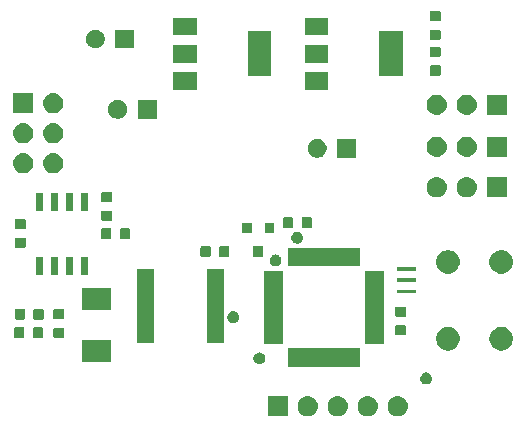
<source format=gbr>
G04 #@! TF.GenerationSoftware,KiCad,Pcbnew,(5.0.1)-3*
G04 #@! TF.CreationDate,2018-11-04T18:32:24-06:00*
G04 #@! TF.ProjectId,Gimble Goblin,47696D626C6520476F626C696E2E6B69,rev?*
G04 #@! TF.SameCoordinates,Original*
G04 #@! TF.FileFunction,Soldermask,Top*
G04 #@! TF.FilePolarity,Negative*
%FSLAX46Y46*%
G04 Gerber Fmt 4.6, Leading zero omitted, Abs format (unit mm)*
G04 Created by KiCad (PCBNEW (5.0.1)-3) date 11/4/2018 6:32:24 PM*
%MOMM*%
%LPD*%
G01*
G04 APERTURE LIST*
%ADD10C,0.100000*%
G04 APERTURE END LIST*
D10*
G36*
X136691630Y-98603299D02*
X136851855Y-98651903D01*
X136999520Y-98730831D01*
X137128949Y-98837051D01*
X137235169Y-98966480D01*
X137314097Y-99114145D01*
X137362701Y-99274370D01*
X137379112Y-99441000D01*
X137362701Y-99607630D01*
X137314097Y-99767855D01*
X137235169Y-99915520D01*
X137128949Y-100044949D01*
X136999520Y-100151169D01*
X136851855Y-100230097D01*
X136691630Y-100278701D01*
X136566752Y-100291000D01*
X136483248Y-100291000D01*
X136358370Y-100278701D01*
X136198145Y-100230097D01*
X136050480Y-100151169D01*
X135921051Y-100044949D01*
X135814831Y-99915520D01*
X135735903Y-99767855D01*
X135687299Y-99607630D01*
X135670888Y-99441000D01*
X135687299Y-99274370D01*
X135735903Y-99114145D01*
X135814831Y-98966480D01*
X135921051Y-98837051D01*
X136050480Y-98730831D01*
X136198145Y-98651903D01*
X136358370Y-98603299D01*
X136483248Y-98591000D01*
X136566752Y-98591000D01*
X136691630Y-98603299D01*
X136691630Y-98603299D01*
G37*
G36*
X139231630Y-98603299D02*
X139391855Y-98651903D01*
X139539520Y-98730831D01*
X139668949Y-98837051D01*
X139775169Y-98966480D01*
X139854097Y-99114145D01*
X139902701Y-99274370D01*
X139919112Y-99441000D01*
X139902701Y-99607630D01*
X139854097Y-99767855D01*
X139775169Y-99915520D01*
X139668949Y-100044949D01*
X139539520Y-100151169D01*
X139391855Y-100230097D01*
X139231630Y-100278701D01*
X139106752Y-100291000D01*
X139023248Y-100291000D01*
X138898370Y-100278701D01*
X138738145Y-100230097D01*
X138590480Y-100151169D01*
X138461051Y-100044949D01*
X138354831Y-99915520D01*
X138275903Y-99767855D01*
X138227299Y-99607630D01*
X138210888Y-99441000D01*
X138227299Y-99274370D01*
X138275903Y-99114145D01*
X138354831Y-98966480D01*
X138461051Y-98837051D01*
X138590480Y-98730831D01*
X138738145Y-98651903D01*
X138898370Y-98603299D01*
X139023248Y-98591000D01*
X139106752Y-98591000D01*
X139231630Y-98603299D01*
X139231630Y-98603299D01*
G37*
G36*
X141771630Y-98603299D02*
X141931855Y-98651903D01*
X142079520Y-98730831D01*
X142208949Y-98837051D01*
X142315169Y-98966480D01*
X142394097Y-99114145D01*
X142442701Y-99274370D01*
X142459112Y-99441000D01*
X142442701Y-99607630D01*
X142394097Y-99767855D01*
X142315169Y-99915520D01*
X142208949Y-100044949D01*
X142079520Y-100151169D01*
X141931855Y-100230097D01*
X141771630Y-100278701D01*
X141646752Y-100291000D01*
X141563248Y-100291000D01*
X141438370Y-100278701D01*
X141278145Y-100230097D01*
X141130480Y-100151169D01*
X141001051Y-100044949D01*
X140894831Y-99915520D01*
X140815903Y-99767855D01*
X140767299Y-99607630D01*
X140750888Y-99441000D01*
X140767299Y-99274370D01*
X140815903Y-99114145D01*
X140894831Y-98966480D01*
X141001051Y-98837051D01*
X141130480Y-98730831D01*
X141278145Y-98651903D01*
X141438370Y-98603299D01*
X141563248Y-98591000D01*
X141646752Y-98591000D01*
X141771630Y-98603299D01*
X141771630Y-98603299D01*
G37*
G36*
X134151630Y-98603299D02*
X134311855Y-98651903D01*
X134459520Y-98730831D01*
X134588949Y-98837051D01*
X134695169Y-98966480D01*
X134774097Y-99114145D01*
X134822701Y-99274370D01*
X134839112Y-99441000D01*
X134822701Y-99607630D01*
X134774097Y-99767855D01*
X134695169Y-99915520D01*
X134588949Y-100044949D01*
X134459520Y-100151169D01*
X134311855Y-100230097D01*
X134151630Y-100278701D01*
X134026752Y-100291000D01*
X133943248Y-100291000D01*
X133818370Y-100278701D01*
X133658145Y-100230097D01*
X133510480Y-100151169D01*
X133381051Y-100044949D01*
X133274831Y-99915520D01*
X133195903Y-99767855D01*
X133147299Y-99607630D01*
X133130888Y-99441000D01*
X133147299Y-99274370D01*
X133195903Y-99114145D01*
X133274831Y-98966480D01*
X133381051Y-98837051D01*
X133510480Y-98730831D01*
X133658145Y-98651903D01*
X133818370Y-98603299D01*
X133943248Y-98591000D01*
X134026752Y-98591000D01*
X134151630Y-98603299D01*
X134151630Y-98603299D01*
G37*
G36*
X132295000Y-100291000D02*
X130595000Y-100291000D01*
X130595000Y-98591000D01*
X132295000Y-98591000D01*
X132295000Y-100291000D01*
X132295000Y-100291000D01*
G37*
G36*
X144163845Y-96598015D02*
X144254839Y-96635706D01*
X144335640Y-96689696D01*
X144336734Y-96690427D01*
X144406373Y-96760066D01*
X144461095Y-96841963D01*
X144498785Y-96932955D01*
X144518000Y-97029555D01*
X144518000Y-97128045D01*
X144498785Y-97224645D01*
X144461095Y-97315637D01*
X144406373Y-97397534D01*
X144336734Y-97467173D01*
X144336731Y-97467175D01*
X144254839Y-97521894D01*
X144163845Y-97559585D01*
X144067246Y-97578800D01*
X143968754Y-97578800D01*
X143872155Y-97559585D01*
X143781161Y-97521894D01*
X143699269Y-97467175D01*
X143699266Y-97467173D01*
X143629627Y-97397534D01*
X143574905Y-97315637D01*
X143537215Y-97224645D01*
X143518000Y-97128045D01*
X143518000Y-97029555D01*
X143537215Y-96932955D01*
X143574905Y-96841963D01*
X143629627Y-96760066D01*
X143699266Y-96690427D01*
X143700360Y-96689696D01*
X143781161Y-96635706D01*
X143872155Y-96598015D01*
X143968754Y-96578800D01*
X144067246Y-96578800D01*
X144163845Y-96598015D01*
X144163845Y-96598015D01*
G37*
G36*
X138457000Y-96109000D02*
X132307000Y-96109000D01*
X132307000Y-94509000D01*
X138457000Y-94509000D01*
X138457000Y-96109000D01*
X138457000Y-96109000D01*
G37*
G36*
X130041445Y-94896215D02*
X130132439Y-94933906D01*
X130213240Y-94987896D01*
X130214334Y-94988627D01*
X130283973Y-95058266D01*
X130338695Y-95140163D01*
X130376385Y-95231155D01*
X130395600Y-95327755D01*
X130395600Y-95426245D01*
X130376385Y-95522845D01*
X130338695Y-95613837D01*
X130283973Y-95695734D01*
X130214334Y-95765373D01*
X130214331Y-95765375D01*
X130132439Y-95820094D01*
X130041445Y-95857785D01*
X129944846Y-95877000D01*
X129846354Y-95877000D01*
X129749755Y-95857785D01*
X129658761Y-95820094D01*
X129576869Y-95765375D01*
X129576866Y-95765373D01*
X129507227Y-95695734D01*
X129452505Y-95613837D01*
X129414815Y-95522845D01*
X129395600Y-95426245D01*
X129395600Y-95327755D01*
X129414815Y-95231155D01*
X129452505Y-95140163D01*
X129507227Y-95058266D01*
X129576866Y-94988627D01*
X129577960Y-94987896D01*
X129658761Y-94933906D01*
X129749755Y-94896215D01*
X129846354Y-94877000D01*
X129944846Y-94877000D01*
X130041445Y-94896215D01*
X130041445Y-94896215D01*
G37*
G36*
X117374684Y-95698241D02*
X114874684Y-95698241D01*
X114874684Y-93798241D01*
X117374684Y-93798241D01*
X117374684Y-95698241D01*
X117374684Y-95698241D01*
G37*
G36*
X146036322Y-92739890D02*
X146159689Y-92764429D01*
X146341678Y-92839811D01*
X146505463Y-92949249D01*
X146644751Y-93088537D01*
X146754189Y-93252322D01*
X146829571Y-93434311D01*
X146848726Y-93530610D01*
X146867147Y-93623218D01*
X146868000Y-93627509D01*
X146868000Y-93824491D01*
X146829571Y-94017689D01*
X146754189Y-94199678D01*
X146644751Y-94363463D01*
X146505463Y-94502751D01*
X146341678Y-94612189D01*
X146159689Y-94687571D01*
X146043770Y-94710628D01*
X145966493Y-94726000D01*
X145769507Y-94726000D01*
X145692230Y-94710628D01*
X145576311Y-94687571D01*
X145394322Y-94612189D01*
X145230537Y-94502751D01*
X145091249Y-94363463D01*
X144981811Y-94199678D01*
X144906429Y-94017689D01*
X144868000Y-93824491D01*
X144868000Y-93627509D01*
X144868854Y-93623218D01*
X144887274Y-93530610D01*
X144906429Y-93434311D01*
X144981811Y-93252322D01*
X145091249Y-93088537D01*
X145230537Y-92949249D01*
X145394322Y-92839811D01*
X145576311Y-92764429D01*
X145699678Y-92739890D01*
X145769507Y-92726000D01*
X145966493Y-92726000D01*
X146036322Y-92739890D01*
X146036322Y-92739890D01*
G37*
G36*
X150536322Y-92739890D02*
X150659689Y-92764429D01*
X150841678Y-92839811D01*
X151005463Y-92949249D01*
X151144751Y-93088537D01*
X151254189Y-93252322D01*
X151329571Y-93434311D01*
X151348726Y-93530610D01*
X151367147Y-93623218D01*
X151368000Y-93627509D01*
X151368000Y-93824491D01*
X151329571Y-94017689D01*
X151254189Y-94199678D01*
X151144751Y-94363463D01*
X151005463Y-94502751D01*
X150841678Y-94612189D01*
X150659689Y-94687571D01*
X150543770Y-94710628D01*
X150466493Y-94726000D01*
X150269507Y-94726000D01*
X150192230Y-94710628D01*
X150076311Y-94687571D01*
X149894322Y-94612189D01*
X149730537Y-94502751D01*
X149591249Y-94363463D01*
X149481811Y-94199678D01*
X149406429Y-94017689D01*
X149368000Y-93824491D01*
X149368000Y-93627509D01*
X149368854Y-93623218D01*
X149387274Y-93530610D01*
X149406429Y-93434311D01*
X149481811Y-93252322D01*
X149591249Y-93088537D01*
X149730537Y-92949249D01*
X149894322Y-92839811D01*
X150076311Y-92764429D01*
X150199678Y-92739890D01*
X150269507Y-92726000D01*
X150466493Y-92726000D01*
X150536322Y-92739890D01*
X150536322Y-92739890D01*
G37*
G36*
X131932000Y-94134000D02*
X130332000Y-94134000D01*
X130332000Y-87984000D01*
X131932000Y-87984000D01*
X131932000Y-94134000D01*
X131932000Y-94134000D01*
G37*
G36*
X140432000Y-94134000D02*
X138832000Y-94134000D01*
X138832000Y-87984000D01*
X140432000Y-87984000D01*
X140432000Y-94134000D01*
X140432000Y-94134000D01*
G37*
G36*
X120994000Y-94093000D02*
X119544000Y-94093000D01*
X119544000Y-87793000D01*
X120994000Y-87793000D01*
X120994000Y-94093000D01*
X120994000Y-94093000D01*
G37*
G36*
X126894000Y-94093000D02*
X125444000Y-94093000D01*
X125444000Y-87793000D01*
X126894000Y-87793000D01*
X126894000Y-94093000D01*
X126894000Y-94093000D01*
G37*
G36*
X109887116Y-92746595D02*
X109916313Y-92755452D01*
X109943218Y-92769833D01*
X109966808Y-92789192D01*
X109986167Y-92812782D01*
X110000548Y-92839687D01*
X110009405Y-92868884D01*
X110013000Y-92905390D01*
X110013000Y-93530610D01*
X110009405Y-93567116D01*
X110000548Y-93596313D01*
X109986167Y-93623218D01*
X109966808Y-93646808D01*
X109943218Y-93666167D01*
X109916313Y-93680548D01*
X109887116Y-93689405D01*
X109850610Y-93693000D01*
X109300390Y-93693000D01*
X109263884Y-93689405D01*
X109234687Y-93680548D01*
X109207782Y-93666167D01*
X109184192Y-93646808D01*
X109164833Y-93623218D01*
X109150452Y-93596313D01*
X109141595Y-93567116D01*
X109138000Y-93530610D01*
X109138000Y-92905390D01*
X109141595Y-92868884D01*
X109150452Y-92839687D01*
X109164833Y-92812782D01*
X109184192Y-92789192D01*
X109207782Y-92769833D01*
X109234687Y-92755452D01*
X109263884Y-92746595D01*
X109300390Y-92743000D01*
X109850610Y-92743000D01*
X109887116Y-92746595D01*
X109887116Y-92746595D01*
G37*
G36*
X111462116Y-92746595D02*
X111491313Y-92755452D01*
X111518218Y-92769833D01*
X111541808Y-92789192D01*
X111561167Y-92812782D01*
X111575548Y-92839687D01*
X111584405Y-92868884D01*
X111588000Y-92905390D01*
X111588000Y-93530610D01*
X111584405Y-93567116D01*
X111575548Y-93596313D01*
X111561167Y-93623218D01*
X111541808Y-93646808D01*
X111518218Y-93666167D01*
X111491313Y-93680548D01*
X111462116Y-93689405D01*
X111425610Y-93693000D01*
X110875390Y-93693000D01*
X110838884Y-93689405D01*
X110809687Y-93680548D01*
X110782782Y-93666167D01*
X110759192Y-93646808D01*
X110739833Y-93623218D01*
X110725452Y-93596313D01*
X110716595Y-93567116D01*
X110713000Y-93530610D01*
X110713000Y-92905390D01*
X110716595Y-92868884D01*
X110725452Y-92839687D01*
X110739833Y-92812782D01*
X110759192Y-92789192D01*
X110782782Y-92769833D01*
X110809687Y-92755452D01*
X110838884Y-92746595D01*
X110875390Y-92743000D01*
X111425610Y-92743000D01*
X111462116Y-92746595D01*
X111462116Y-92746595D01*
G37*
G36*
X113273400Y-92790436D02*
X113302597Y-92799293D01*
X113329502Y-92813674D01*
X113353092Y-92833033D01*
X113372451Y-92856623D01*
X113386832Y-92883528D01*
X113395689Y-92912725D01*
X113399284Y-92949231D01*
X113399284Y-93499451D01*
X113395689Y-93535957D01*
X113386832Y-93565154D01*
X113372451Y-93592059D01*
X113353092Y-93615649D01*
X113329502Y-93635008D01*
X113302597Y-93649389D01*
X113273400Y-93658246D01*
X113236894Y-93661841D01*
X112611674Y-93661841D01*
X112575168Y-93658246D01*
X112545971Y-93649389D01*
X112519066Y-93635008D01*
X112495476Y-93615649D01*
X112476117Y-93592059D01*
X112461736Y-93565154D01*
X112452879Y-93535957D01*
X112449284Y-93499451D01*
X112449284Y-92949231D01*
X112452879Y-92912725D01*
X112461736Y-92883528D01*
X112476117Y-92856623D01*
X112495476Y-92833033D01*
X112519066Y-92813674D01*
X112545971Y-92799293D01*
X112575168Y-92790436D01*
X112611674Y-92786841D01*
X113236894Y-92786841D01*
X113273400Y-92790436D01*
X113273400Y-92790436D01*
G37*
G36*
X142208116Y-92581095D02*
X142237313Y-92589952D01*
X142264218Y-92604333D01*
X142287808Y-92623692D01*
X142307167Y-92647282D01*
X142321548Y-92674187D01*
X142330405Y-92703384D01*
X142334000Y-92739890D01*
X142334000Y-93290110D01*
X142330405Y-93326616D01*
X142321548Y-93355813D01*
X142307167Y-93382718D01*
X142287808Y-93406308D01*
X142264218Y-93425667D01*
X142237313Y-93440048D01*
X142208116Y-93448905D01*
X142171610Y-93452500D01*
X141546390Y-93452500D01*
X141509884Y-93448905D01*
X141480687Y-93440048D01*
X141453782Y-93425667D01*
X141430192Y-93406308D01*
X141410833Y-93382718D01*
X141396452Y-93355813D01*
X141387595Y-93326616D01*
X141384000Y-93290110D01*
X141384000Y-92739890D01*
X141387595Y-92703384D01*
X141396452Y-92674187D01*
X141410833Y-92647282D01*
X141430192Y-92623692D01*
X141453782Y-92604333D01*
X141480687Y-92589952D01*
X141509884Y-92581095D01*
X141546390Y-92577500D01*
X142171610Y-92577500D01*
X142208116Y-92581095D01*
X142208116Y-92581095D01*
G37*
G36*
X127831645Y-91416415D02*
X127922639Y-91454106D01*
X127980847Y-91493000D01*
X128004534Y-91508827D01*
X128074173Y-91578466D01*
X128074175Y-91578469D01*
X128128894Y-91660361D01*
X128166585Y-91751355D01*
X128185800Y-91847954D01*
X128185800Y-91946446D01*
X128182696Y-91962051D01*
X128166585Y-92043045D01*
X128128895Y-92134037D01*
X128074173Y-92215934D01*
X128004534Y-92285573D01*
X128004531Y-92285575D01*
X127922639Y-92340294D01*
X127922638Y-92340295D01*
X127922637Y-92340295D01*
X127831645Y-92377985D01*
X127735046Y-92397200D01*
X127636554Y-92397200D01*
X127539955Y-92377985D01*
X127448963Y-92340295D01*
X127448962Y-92340295D01*
X127448961Y-92340294D01*
X127367069Y-92285575D01*
X127367066Y-92285573D01*
X127297427Y-92215934D01*
X127242705Y-92134037D01*
X127205015Y-92043045D01*
X127188904Y-91962051D01*
X127185800Y-91946446D01*
X127185800Y-91847954D01*
X127205015Y-91751355D01*
X127242706Y-91660361D01*
X127297425Y-91578469D01*
X127297427Y-91578466D01*
X127367066Y-91508827D01*
X127390753Y-91493000D01*
X127448961Y-91454106D01*
X127539955Y-91416415D01*
X127636554Y-91397200D01*
X127735046Y-91397200D01*
X127831645Y-91416415D01*
X127831645Y-91416415D01*
G37*
G36*
X109933700Y-91178036D02*
X109962897Y-91186893D01*
X109989802Y-91201274D01*
X110013392Y-91220633D01*
X110032751Y-91244223D01*
X110047132Y-91271128D01*
X110055989Y-91300325D01*
X110059584Y-91336831D01*
X110059584Y-91962051D01*
X110055989Y-91998557D01*
X110047132Y-92027754D01*
X110032751Y-92054659D01*
X110013392Y-92078249D01*
X109989802Y-92097608D01*
X109962897Y-92111989D01*
X109933700Y-92120846D01*
X109897194Y-92124441D01*
X109346974Y-92124441D01*
X109310468Y-92120846D01*
X109281271Y-92111989D01*
X109254366Y-92097608D01*
X109230776Y-92078249D01*
X109211417Y-92054659D01*
X109197036Y-92027754D01*
X109188179Y-91998557D01*
X109184584Y-91962051D01*
X109184584Y-91336831D01*
X109188179Y-91300325D01*
X109197036Y-91271128D01*
X109211417Y-91244223D01*
X109230776Y-91220633D01*
X109254366Y-91201274D01*
X109281271Y-91186893D01*
X109310468Y-91178036D01*
X109346974Y-91174441D01*
X109897194Y-91174441D01*
X109933700Y-91178036D01*
X109933700Y-91178036D01*
G37*
G36*
X111508700Y-91178036D02*
X111537897Y-91186893D01*
X111564802Y-91201274D01*
X111588392Y-91220633D01*
X111607751Y-91244223D01*
X111622132Y-91271128D01*
X111630989Y-91300325D01*
X111634584Y-91336831D01*
X111634584Y-91962051D01*
X111630989Y-91998557D01*
X111622132Y-92027754D01*
X111607751Y-92054659D01*
X111588392Y-92078249D01*
X111564802Y-92097608D01*
X111537897Y-92111989D01*
X111508700Y-92120846D01*
X111472194Y-92124441D01*
X110921974Y-92124441D01*
X110885468Y-92120846D01*
X110856271Y-92111989D01*
X110829366Y-92097608D01*
X110805776Y-92078249D01*
X110786417Y-92054659D01*
X110772036Y-92027754D01*
X110763179Y-91998557D01*
X110759584Y-91962051D01*
X110759584Y-91336831D01*
X110763179Y-91300325D01*
X110772036Y-91271128D01*
X110786417Y-91244223D01*
X110805776Y-91220633D01*
X110829366Y-91201274D01*
X110856271Y-91186893D01*
X110885468Y-91178036D01*
X110921974Y-91174441D01*
X111472194Y-91174441D01*
X111508700Y-91178036D01*
X111508700Y-91178036D01*
G37*
G36*
X113273400Y-91215436D02*
X113302597Y-91224293D01*
X113329502Y-91238674D01*
X113353092Y-91258033D01*
X113372451Y-91281623D01*
X113386832Y-91308528D01*
X113395689Y-91337725D01*
X113399284Y-91374231D01*
X113399284Y-91924451D01*
X113395689Y-91960957D01*
X113386832Y-91990154D01*
X113372451Y-92017059D01*
X113353092Y-92040649D01*
X113329502Y-92060008D01*
X113302597Y-92074389D01*
X113273400Y-92083246D01*
X113236894Y-92086841D01*
X112611674Y-92086841D01*
X112575168Y-92083246D01*
X112545971Y-92074389D01*
X112519066Y-92060008D01*
X112495476Y-92040649D01*
X112476117Y-92017059D01*
X112461736Y-91990154D01*
X112452879Y-91960957D01*
X112449284Y-91924451D01*
X112449284Y-91374231D01*
X112452879Y-91337725D01*
X112461736Y-91308528D01*
X112476117Y-91281623D01*
X112495476Y-91258033D01*
X112519066Y-91238674D01*
X112545971Y-91224293D01*
X112575168Y-91215436D01*
X112611674Y-91211841D01*
X113236894Y-91211841D01*
X113273400Y-91215436D01*
X113273400Y-91215436D01*
G37*
G36*
X142208116Y-91006095D02*
X142237313Y-91014952D01*
X142264218Y-91029333D01*
X142287808Y-91048692D01*
X142307167Y-91072282D01*
X142321548Y-91099187D01*
X142330405Y-91128384D01*
X142334000Y-91164890D01*
X142334000Y-91715110D01*
X142330405Y-91751616D01*
X142321548Y-91780813D01*
X142307167Y-91807718D01*
X142287808Y-91831308D01*
X142264218Y-91850667D01*
X142237313Y-91865048D01*
X142208116Y-91873905D01*
X142171610Y-91877500D01*
X141546390Y-91877500D01*
X141509884Y-91873905D01*
X141480687Y-91865048D01*
X141453782Y-91850667D01*
X141430192Y-91831308D01*
X141410833Y-91807718D01*
X141396452Y-91780813D01*
X141387595Y-91751616D01*
X141384000Y-91715110D01*
X141384000Y-91164890D01*
X141387595Y-91128384D01*
X141396452Y-91099187D01*
X141410833Y-91072282D01*
X141430192Y-91048692D01*
X141453782Y-91029333D01*
X141480687Y-91014952D01*
X141509884Y-91006095D01*
X141546390Y-91002500D01*
X142171610Y-91002500D01*
X142208116Y-91006095D01*
X142208116Y-91006095D01*
G37*
G36*
X117374684Y-91298241D02*
X114874684Y-91298241D01*
X114874684Y-89398241D01*
X117374684Y-89398241D01*
X117374684Y-91298241D01*
X117374684Y-91298241D01*
G37*
G36*
X143167000Y-89873000D02*
X141567000Y-89873000D01*
X141567000Y-89573000D01*
X143167000Y-89573000D01*
X143167000Y-89873000D01*
X143167000Y-89873000D01*
G37*
G36*
X143167000Y-88923000D02*
X141567000Y-88923000D01*
X141567000Y-88623000D01*
X143167000Y-88623000D01*
X143167000Y-88923000D01*
X143167000Y-88923000D01*
G37*
G36*
X114131926Y-88339202D02*
X113531926Y-88339202D01*
X113531926Y-86789202D01*
X114131926Y-86789202D01*
X114131926Y-88339202D01*
X114131926Y-88339202D01*
G37*
G36*
X112861926Y-88339202D02*
X112261926Y-88339202D01*
X112261926Y-86789202D01*
X112861926Y-86789202D01*
X112861926Y-88339202D01*
X112861926Y-88339202D01*
G37*
G36*
X115401926Y-88339202D02*
X114801926Y-88339202D01*
X114801926Y-86789202D01*
X115401926Y-86789202D01*
X115401926Y-88339202D01*
X115401926Y-88339202D01*
G37*
G36*
X111591926Y-88339202D02*
X110991926Y-88339202D01*
X110991926Y-86789202D01*
X111591926Y-86789202D01*
X111591926Y-88339202D01*
X111591926Y-88339202D01*
G37*
G36*
X146043770Y-86241372D02*
X146159689Y-86264429D01*
X146341678Y-86339811D01*
X146505463Y-86449249D01*
X146644751Y-86588537D01*
X146754189Y-86752322D01*
X146829571Y-86934311D01*
X146852056Y-87047354D01*
X146868000Y-87127507D01*
X146868000Y-87324493D01*
X146852628Y-87401770D01*
X146829571Y-87517689D01*
X146754189Y-87699678D01*
X146644751Y-87863463D01*
X146505463Y-88002751D01*
X146341678Y-88112189D01*
X146159689Y-88187571D01*
X146043770Y-88210628D01*
X145966493Y-88226000D01*
X145769507Y-88226000D01*
X145692230Y-88210628D01*
X145576311Y-88187571D01*
X145394322Y-88112189D01*
X145230537Y-88002751D01*
X145091249Y-87863463D01*
X144981811Y-87699678D01*
X144906429Y-87517689D01*
X144883372Y-87401770D01*
X144868000Y-87324493D01*
X144868000Y-87127507D01*
X144883944Y-87047354D01*
X144906429Y-86934311D01*
X144981811Y-86752322D01*
X145091249Y-86588537D01*
X145230537Y-86449249D01*
X145394322Y-86339811D01*
X145576311Y-86264429D01*
X145692230Y-86241372D01*
X145769507Y-86226000D01*
X145966493Y-86226000D01*
X146043770Y-86241372D01*
X146043770Y-86241372D01*
G37*
G36*
X150543770Y-86241372D02*
X150659689Y-86264429D01*
X150841678Y-86339811D01*
X151005463Y-86449249D01*
X151144751Y-86588537D01*
X151254189Y-86752322D01*
X151329571Y-86934311D01*
X151352056Y-87047354D01*
X151368000Y-87127507D01*
X151368000Y-87324493D01*
X151352628Y-87401770D01*
X151329571Y-87517689D01*
X151254189Y-87699678D01*
X151144751Y-87863463D01*
X151005463Y-88002751D01*
X150841678Y-88112189D01*
X150659689Y-88187571D01*
X150543770Y-88210628D01*
X150466493Y-88226000D01*
X150269507Y-88226000D01*
X150192230Y-88210628D01*
X150076311Y-88187571D01*
X149894322Y-88112189D01*
X149730537Y-88002751D01*
X149591249Y-87863463D01*
X149481811Y-87699678D01*
X149406429Y-87517689D01*
X149383372Y-87401770D01*
X149368000Y-87324493D01*
X149368000Y-87127507D01*
X149383944Y-87047354D01*
X149406429Y-86934311D01*
X149481811Y-86752322D01*
X149591249Y-86588537D01*
X149730537Y-86449249D01*
X149894322Y-86339811D01*
X150076311Y-86264429D01*
X150192230Y-86241372D01*
X150269507Y-86226000D01*
X150466493Y-86226000D01*
X150543770Y-86241372D01*
X150543770Y-86241372D01*
G37*
G36*
X143167000Y-87973000D02*
X141567000Y-87973000D01*
X141567000Y-87673000D01*
X143167000Y-87673000D01*
X143167000Y-87973000D01*
X143167000Y-87973000D01*
G37*
G36*
X138457000Y-87609000D02*
X132307000Y-87609000D01*
X132307000Y-86009000D01*
X138457000Y-86009000D01*
X138457000Y-87609000D01*
X138457000Y-87609000D01*
G37*
G36*
X131413045Y-86615815D02*
X131504039Y-86653506D01*
X131532630Y-86672610D01*
X131585934Y-86708227D01*
X131655573Y-86777866D01*
X131655575Y-86777869D01*
X131690941Y-86830797D01*
X131710295Y-86859763D01*
X131747985Y-86950755D01*
X131767200Y-87047355D01*
X131767200Y-87145845D01*
X131747985Y-87242445D01*
X131710295Y-87333437D01*
X131655573Y-87415334D01*
X131585934Y-87484973D01*
X131585931Y-87484975D01*
X131504039Y-87539694D01*
X131413045Y-87577385D01*
X131316446Y-87596600D01*
X131217954Y-87596600D01*
X131121355Y-87577385D01*
X131030361Y-87539694D01*
X130948469Y-87484975D01*
X130948466Y-87484973D01*
X130878827Y-87415334D01*
X130824105Y-87333437D01*
X130786415Y-87242445D01*
X130767200Y-87145845D01*
X130767200Y-87047355D01*
X130786415Y-86950755D01*
X130824105Y-86859763D01*
X130843460Y-86830797D01*
X130878825Y-86777869D01*
X130878827Y-86777866D01*
X130948466Y-86708227D01*
X131001770Y-86672610D01*
X131030361Y-86653506D01*
X131121355Y-86615815D01*
X131217954Y-86596600D01*
X131316446Y-86596600D01*
X131413045Y-86615815D01*
X131413045Y-86615815D01*
G37*
G36*
X125660616Y-85888595D02*
X125689813Y-85897452D01*
X125716718Y-85911833D01*
X125740308Y-85931192D01*
X125759667Y-85954782D01*
X125774048Y-85981687D01*
X125782905Y-86010884D01*
X125786500Y-86047390D01*
X125786500Y-86672610D01*
X125782905Y-86709116D01*
X125774048Y-86738313D01*
X125759667Y-86765218D01*
X125740308Y-86788808D01*
X125716718Y-86808167D01*
X125689813Y-86822548D01*
X125660616Y-86831405D01*
X125624110Y-86835000D01*
X125073890Y-86835000D01*
X125037384Y-86831405D01*
X125008187Y-86822548D01*
X124981282Y-86808167D01*
X124957692Y-86788808D01*
X124938333Y-86765218D01*
X124923952Y-86738313D01*
X124915095Y-86709116D01*
X124911500Y-86672610D01*
X124911500Y-86047390D01*
X124915095Y-86010884D01*
X124923952Y-85981687D01*
X124938333Y-85954782D01*
X124957692Y-85931192D01*
X124981282Y-85911833D01*
X125008187Y-85897452D01*
X125037384Y-85888595D01*
X125073890Y-85885000D01*
X125624110Y-85885000D01*
X125660616Y-85888595D01*
X125660616Y-85888595D01*
G37*
G36*
X127235616Y-85888595D02*
X127264813Y-85897452D01*
X127291718Y-85911833D01*
X127315308Y-85931192D01*
X127334667Y-85954782D01*
X127349048Y-85981687D01*
X127357905Y-86010884D01*
X127361500Y-86047390D01*
X127361500Y-86672610D01*
X127357905Y-86709116D01*
X127349048Y-86738313D01*
X127334667Y-86765218D01*
X127315308Y-86788808D01*
X127291718Y-86808167D01*
X127264813Y-86822548D01*
X127235616Y-86831405D01*
X127199110Y-86835000D01*
X126648890Y-86835000D01*
X126612384Y-86831405D01*
X126583187Y-86822548D01*
X126556282Y-86808167D01*
X126532692Y-86788808D01*
X126513333Y-86765218D01*
X126498952Y-86738313D01*
X126490095Y-86709116D01*
X126486500Y-86672610D01*
X126486500Y-86047390D01*
X126490095Y-86010884D01*
X126498952Y-85981687D01*
X126513333Y-85954782D01*
X126532692Y-85931192D01*
X126556282Y-85911833D01*
X126583187Y-85897452D01*
X126612384Y-85888595D01*
X126648890Y-85885000D01*
X127199110Y-85885000D01*
X127235616Y-85888595D01*
X127235616Y-85888595D01*
G37*
G36*
X130194000Y-86794000D02*
X129394000Y-86794000D01*
X129394000Y-85894000D01*
X130194000Y-85894000D01*
X130194000Y-86794000D01*
X130194000Y-86794000D01*
G37*
G36*
X110000916Y-85164095D02*
X110030113Y-85172952D01*
X110057018Y-85187333D01*
X110080608Y-85206692D01*
X110099967Y-85230282D01*
X110114348Y-85257187D01*
X110123205Y-85286384D01*
X110126800Y-85322890D01*
X110126800Y-85873110D01*
X110123205Y-85909616D01*
X110114348Y-85938813D01*
X110099967Y-85965718D01*
X110080608Y-85989308D01*
X110057018Y-86008667D01*
X110030113Y-86023048D01*
X110000916Y-86031905D01*
X109964410Y-86035500D01*
X109339190Y-86035500D01*
X109302684Y-86031905D01*
X109273487Y-86023048D01*
X109246582Y-86008667D01*
X109222992Y-85989308D01*
X109203633Y-85965718D01*
X109189252Y-85938813D01*
X109180395Y-85909616D01*
X109176800Y-85873110D01*
X109176800Y-85322890D01*
X109180395Y-85286384D01*
X109189252Y-85257187D01*
X109203633Y-85230282D01*
X109222992Y-85206692D01*
X109246582Y-85187333D01*
X109273487Y-85172952D01*
X109302684Y-85164095D01*
X109339190Y-85160500D01*
X109964410Y-85160500D01*
X110000916Y-85164095D01*
X110000916Y-85164095D01*
G37*
G36*
X133241845Y-84685415D02*
X133332839Y-84723106D01*
X133413640Y-84777096D01*
X133414734Y-84777827D01*
X133484373Y-84847466D01*
X133484375Y-84847469D01*
X133539094Y-84929361D01*
X133576785Y-85020355D01*
X133596000Y-85116954D01*
X133596000Y-85215446D01*
X133589737Y-85246930D01*
X133576785Y-85312045D01*
X133539095Y-85403037D01*
X133484373Y-85484934D01*
X133414734Y-85554573D01*
X133414731Y-85554575D01*
X133332839Y-85609294D01*
X133241845Y-85646985D01*
X133145246Y-85666200D01*
X133046754Y-85666200D01*
X132950155Y-85646985D01*
X132859161Y-85609294D01*
X132777269Y-85554575D01*
X132777266Y-85554573D01*
X132707627Y-85484934D01*
X132652905Y-85403037D01*
X132615215Y-85312045D01*
X132602263Y-85246930D01*
X132596000Y-85215446D01*
X132596000Y-85116954D01*
X132615215Y-85020355D01*
X132652906Y-84929361D01*
X132707625Y-84847469D01*
X132707627Y-84847466D01*
X132777266Y-84777827D01*
X132778360Y-84777096D01*
X132859161Y-84723106D01*
X132950155Y-84685415D01*
X133046754Y-84666200D01*
X133145246Y-84666200D01*
X133241845Y-84685415D01*
X133241845Y-84685415D01*
G37*
G36*
X118828116Y-84364595D02*
X118857313Y-84373452D01*
X118884218Y-84387833D01*
X118907808Y-84407192D01*
X118927167Y-84430782D01*
X118941548Y-84457687D01*
X118950405Y-84486884D01*
X118954000Y-84523390D01*
X118954000Y-85148610D01*
X118950405Y-85185116D01*
X118941548Y-85214313D01*
X118927167Y-85241218D01*
X118907808Y-85264808D01*
X118884218Y-85284167D01*
X118857313Y-85298548D01*
X118828116Y-85307405D01*
X118791610Y-85311000D01*
X118241390Y-85311000D01*
X118204884Y-85307405D01*
X118175687Y-85298548D01*
X118148782Y-85284167D01*
X118125192Y-85264808D01*
X118105833Y-85241218D01*
X118091452Y-85214313D01*
X118082595Y-85185116D01*
X118079000Y-85148610D01*
X118079000Y-84523390D01*
X118082595Y-84486884D01*
X118091452Y-84457687D01*
X118105833Y-84430782D01*
X118125192Y-84407192D01*
X118148782Y-84387833D01*
X118175687Y-84373452D01*
X118204884Y-84364595D01*
X118241390Y-84361000D01*
X118791610Y-84361000D01*
X118828116Y-84364595D01*
X118828116Y-84364595D01*
G37*
G36*
X117253116Y-84364595D02*
X117282313Y-84373452D01*
X117309218Y-84387833D01*
X117332808Y-84407192D01*
X117352167Y-84430782D01*
X117366548Y-84457687D01*
X117375405Y-84486884D01*
X117379000Y-84523390D01*
X117379000Y-85148610D01*
X117375405Y-85185116D01*
X117366548Y-85214313D01*
X117352167Y-85241218D01*
X117332808Y-85264808D01*
X117309218Y-85284167D01*
X117282313Y-85298548D01*
X117253116Y-85307405D01*
X117216610Y-85311000D01*
X116666390Y-85311000D01*
X116629884Y-85307405D01*
X116600687Y-85298548D01*
X116573782Y-85284167D01*
X116550192Y-85264808D01*
X116530833Y-85241218D01*
X116516452Y-85214313D01*
X116507595Y-85185116D01*
X116504000Y-85148610D01*
X116504000Y-84523390D01*
X116507595Y-84486884D01*
X116516452Y-84457687D01*
X116530833Y-84430782D01*
X116550192Y-84407192D01*
X116573782Y-84387833D01*
X116600687Y-84373452D01*
X116629884Y-84364595D01*
X116666390Y-84361000D01*
X117216610Y-84361000D01*
X117253116Y-84364595D01*
X117253116Y-84364595D01*
G37*
G36*
X131144000Y-84794000D02*
X130344000Y-84794000D01*
X130344000Y-83894000D01*
X131144000Y-83894000D01*
X131144000Y-84794000D01*
X131144000Y-84794000D01*
G37*
G36*
X129244000Y-84794000D02*
X128444000Y-84794000D01*
X128444000Y-83894000D01*
X129244000Y-83894000D01*
X129244000Y-84794000D01*
X129244000Y-84794000D01*
G37*
G36*
X110000916Y-83589095D02*
X110030113Y-83597952D01*
X110057018Y-83612333D01*
X110080608Y-83631692D01*
X110099967Y-83655282D01*
X110114348Y-83682187D01*
X110123205Y-83711384D01*
X110126800Y-83747890D01*
X110126800Y-84298110D01*
X110123205Y-84334616D01*
X110114348Y-84363813D01*
X110099967Y-84390718D01*
X110080608Y-84414308D01*
X110057018Y-84433667D01*
X110030113Y-84448048D01*
X110000916Y-84456905D01*
X109964410Y-84460500D01*
X109339190Y-84460500D01*
X109302684Y-84456905D01*
X109273487Y-84448048D01*
X109246582Y-84433667D01*
X109222992Y-84414308D01*
X109203633Y-84390718D01*
X109189252Y-84363813D01*
X109180395Y-84334616D01*
X109176800Y-84298110D01*
X109176800Y-83747890D01*
X109180395Y-83711384D01*
X109189252Y-83682187D01*
X109203633Y-83655282D01*
X109222992Y-83631692D01*
X109246582Y-83612333D01*
X109273487Y-83597952D01*
X109302684Y-83589095D01*
X109339190Y-83585500D01*
X109964410Y-83585500D01*
X110000916Y-83589095D01*
X110000916Y-83589095D01*
G37*
G36*
X132645416Y-83424795D02*
X132674613Y-83433652D01*
X132701518Y-83448033D01*
X132725108Y-83467392D01*
X132744467Y-83490982D01*
X132758848Y-83517887D01*
X132767705Y-83547084D01*
X132771300Y-83583590D01*
X132771300Y-84208810D01*
X132767705Y-84245316D01*
X132758848Y-84274513D01*
X132744467Y-84301418D01*
X132725108Y-84325008D01*
X132701518Y-84344367D01*
X132674613Y-84358748D01*
X132645416Y-84367605D01*
X132608910Y-84371200D01*
X132058690Y-84371200D01*
X132022184Y-84367605D01*
X131992987Y-84358748D01*
X131966082Y-84344367D01*
X131942492Y-84325008D01*
X131923133Y-84301418D01*
X131908752Y-84274513D01*
X131899895Y-84245316D01*
X131896300Y-84208810D01*
X131896300Y-83583590D01*
X131899895Y-83547084D01*
X131908752Y-83517887D01*
X131923133Y-83490982D01*
X131942492Y-83467392D01*
X131966082Y-83448033D01*
X131992987Y-83433652D01*
X132022184Y-83424795D01*
X132058690Y-83421200D01*
X132608910Y-83421200D01*
X132645416Y-83424795D01*
X132645416Y-83424795D01*
G37*
G36*
X134220416Y-83424795D02*
X134249613Y-83433652D01*
X134276518Y-83448033D01*
X134300108Y-83467392D01*
X134319467Y-83490982D01*
X134333848Y-83517887D01*
X134342705Y-83547084D01*
X134346300Y-83583590D01*
X134346300Y-84208810D01*
X134342705Y-84245316D01*
X134333848Y-84274513D01*
X134319467Y-84301418D01*
X134300108Y-84325008D01*
X134276518Y-84344367D01*
X134249613Y-84358748D01*
X134220416Y-84367605D01*
X134183910Y-84371200D01*
X133633690Y-84371200D01*
X133597184Y-84367605D01*
X133567987Y-84358748D01*
X133541082Y-84344367D01*
X133517492Y-84325008D01*
X133498133Y-84301418D01*
X133483752Y-84274513D01*
X133474895Y-84245316D01*
X133471300Y-84208810D01*
X133471300Y-83583590D01*
X133474895Y-83547084D01*
X133483752Y-83517887D01*
X133498133Y-83490982D01*
X133517492Y-83467392D01*
X133541082Y-83448033D01*
X133567987Y-83433652D01*
X133597184Y-83424795D01*
X133633690Y-83421200D01*
X134183910Y-83421200D01*
X134220416Y-83424795D01*
X134220416Y-83424795D01*
G37*
G36*
X117316116Y-82878095D02*
X117345313Y-82886952D01*
X117372218Y-82901333D01*
X117395808Y-82920692D01*
X117415167Y-82944282D01*
X117429548Y-82971187D01*
X117438405Y-83000384D01*
X117442000Y-83036890D01*
X117442000Y-83587110D01*
X117438405Y-83623616D01*
X117429548Y-83652813D01*
X117415167Y-83679718D01*
X117395808Y-83703308D01*
X117372218Y-83722667D01*
X117345313Y-83737048D01*
X117316116Y-83745905D01*
X117279610Y-83749500D01*
X116654390Y-83749500D01*
X116617884Y-83745905D01*
X116588687Y-83737048D01*
X116561782Y-83722667D01*
X116538192Y-83703308D01*
X116518833Y-83679718D01*
X116504452Y-83652813D01*
X116495595Y-83623616D01*
X116492000Y-83587110D01*
X116492000Y-83036890D01*
X116495595Y-83000384D01*
X116504452Y-82971187D01*
X116518833Y-82944282D01*
X116538192Y-82920692D01*
X116561782Y-82901333D01*
X116588687Y-82886952D01*
X116617884Y-82878095D01*
X116654390Y-82874500D01*
X117279610Y-82874500D01*
X117316116Y-82878095D01*
X117316116Y-82878095D01*
G37*
G36*
X111591926Y-82939202D02*
X110991926Y-82939202D01*
X110991926Y-81389202D01*
X111591926Y-81389202D01*
X111591926Y-82939202D01*
X111591926Y-82939202D01*
G37*
G36*
X112861926Y-82939202D02*
X112261926Y-82939202D01*
X112261926Y-81389202D01*
X112861926Y-81389202D01*
X112861926Y-82939202D01*
X112861926Y-82939202D01*
G37*
G36*
X114131926Y-82939202D02*
X113531926Y-82939202D01*
X113531926Y-81389202D01*
X114131926Y-81389202D01*
X114131926Y-82939202D01*
X114131926Y-82939202D01*
G37*
G36*
X115401926Y-82939202D02*
X114801926Y-82939202D01*
X114801926Y-81389202D01*
X115401926Y-81389202D01*
X115401926Y-82939202D01*
X115401926Y-82939202D01*
G37*
G36*
X117316116Y-81303095D02*
X117345313Y-81311952D01*
X117372218Y-81326333D01*
X117395808Y-81345692D01*
X117415167Y-81369282D01*
X117429548Y-81396187D01*
X117438405Y-81425384D01*
X117442000Y-81461890D01*
X117442000Y-82012110D01*
X117438405Y-82048616D01*
X117429548Y-82077813D01*
X117415167Y-82104718D01*
X117395808Y-82128308D01*
X117372218Y-82147667D01*
X117345313Y-82162048D01*
X117316116Y-82170905D01*
X117279610Y-82174500D01*
X116654390Y-82174500D01*
X116617884Y-82170905D01*
X116588687Y-82162048D01*
X116561782Y-82147667D01*
X116538192Y-82128308D01*
X116518833Y-82104718D01*
X116504452Y-82077813D01*
X116495595Y-82048616D01*
X116492000Y-82012110D01*
X116492000Y-81461890D01*
X116495595Y-81425384D01*
X116504452Y-81396187D01*
X116518833Y-81369282D01*
X116538192Y-81345692D01*
X116561782Y-81326333D01*
X116588687Y-81311952D01*
X116617884Y-81303095D01*
X116654390Y-81299500D01*
X117279610Y-81299500D01*
X117316116Y-81303095D01*
X117316116Y-81303095D01*
G37*
G36*
X147613630Y-80061299D02*
X147773855Y-80109903D01*
X147921520Y-80188831D01*
X148050949Y-80295051D01*
X148157169Y-80424480D01*
X148236097Y-80572145D01*
X148284701Y-80732370D01*
X148301112Y-80899000D01*
X148284701Y-81065630D01*
X148236097Y-81225855D01*
X148157169Y-81373520D01*
X148050949Y-81502949D01*
X147921520Y-81609169D01*
X147773855Y-81688097D01*
X147613630Y-81736701D01*
X147488752Y-81749000D01*
X147405248Y-81749000D01*
X147280370Y-81736701D01*
X147120145Y-81688097D01*
X146972480Y-81609169D01*
X146843051Y-81502949D01*
X146736831Y-81373520D01*
X146657903Y-81225855D01*
X146609299Y-81065630D01*
X146592888Y-80899000D01*
X146609299Y-80732370D01*
X146657903Y-80572145D01*
X146736831Y-80424480D01*
X146843051Y-80295051D01*
X146972480Y-80188831D01*
X147120145Y-80109903D01*
X147280370Y-80061299D01*
X147405248Y-80049000D01*
X147488752Y-80049000D01*
X147613630Y-80061299D01*
X147613630Y-80061299D01*
G37*
G36*
X150837000Y-81749000D02*
X149137000Y-81749000D01*
X149137000Y-80049000D01*
X150837000Y-80049000D01*
X150837000Y-81749000D01*
X150837000Y-81749000D01*
G37*
G36*
X145073630Y-80061299D02*
X145233855Y-80109903D01*
X145381520Y-80188831D01*
X145510949Y-80295051D01*
X145617169Y-80424480D01*
X145696097Y-80572145D01*
X145744701Y-80732370D01*
X145761112Y-80899000D01*
X145744701Y-81065630D01*
X145696097Y-81225855D01*
X145617169Y-81373520D01*
X145510949Y-81502949D01*
X145381520Y-81609169D01*
X145233855Y-81688097D01*
X145073630Y-81736701D01*
X144948752Y-81749000D01*
X144865248Y-81749000D01*
X144740370Y-81736701D01*
X144580145Y-81688097D01*
X144432480Y-81609169D01*
X144303051Y-81502949D01*
X144196831Y-81373520D01*
X144117903Y-81225855D01*
X144069299Y-81065630D01*
X144052888Y-80899000D01*
X144069299Y-80732370D01*
X144117903Y-80572145D01*
X144196831Y-80424480D01*
X144303051Y-80295051D01*
X144432480Y-80188831D01*
X144580145Y-80109903D01*
X144740370Y-80061299D01*
X144865248Y-80049000D01*
X144948752Y-80049000D01*
X145073630Y-80061299D01*
X145073630Y-80061299D01*
G37*
G36*
X112612430Y-78029299D02*
X112772655Y-78077903D01*
X112920320Y-78156831D01*
X113049749Y-78263051D01*
X113155969Y-78392480D01*
X113234897Y-78540145D01*
X113283501Y-78700370D01*
X113299912Y-78867000D01*
X113283501Y-79033630D01*
X113234897Y-79193855D01*
X113155969Y-79341520D01*
X113049749Y-79470949D01*
X112920320Y-79577169D01*
X112772655Y-79656097D01*
X112612430Y-79704701D01*
X112487552Y-79717000D01*
X112404048Y-79717000D01*
X112279170Y-79704701D01*
X112118945Y-79656097D01*
X111971280Y-79577169D01*
X111841851Y-79470949D01*
X111735631Y-79341520D01*
X111656703Y-79193855D01*
X111608099Y-79033630D01*
X111591688Y-78867000D01*
X111608099Y-78700370D01*
X111656703Y-78540145D01*
X111735631Y-78392480D01*
X111841851Y-78263051D01*
X111971280Y-78156831D01*
X112118945Y-78077903D01*
X112279170Y-78029299D01*
X112404048Y-78017000D01*
X112487552Y-78017000D01*
X112612430Y-78029299D01*
X112612430Y-78029299D01*
G37*
G36*
X110072430Y-78029299D02*
X110232655Y-78077903D01*
X110380320Y-78156831D01*
X110509749Y-78263051D01*
X110615969Y-78392480D01*
X110694897Y-78540145D01*
X110743501Y-78700370D01*
X110759912Y-78867000D01*
X110743501Y-79033630D01*
X110694897Y-79193855D01*
X110615969Y-79341520D01*
X110509749Y-79470949D01*
X110380320Y-79577169D01*
X110232655Y-79656097D01*
X110072430Y-79704701D01*
X109947552Y-79717000D01*
X109864048Y-79717000D01*
X109739170Y-79704701D01*
X109578945Y-79656097D01*
X109431280Y-79577169D01*
X109301851Y-79470949D01*
X109195631Y-79341520D01*
X109116703Y-79193855D01*
X109068099Y-79033630D01*
X109051688Y-78867000D01*
X109068099Y-78700370D01*
X109116703Y-78540145D01*
X109195631Y-78392480D01*
X109301851Y-78263051D01*
X109431280Y-78156831D01*
X109578945Y-78077903D01*
X109739170Y-78029299D01*
X109864048Y-78017000D01*
X109947552Y-78017000D01*
X110072430Y-78029299D01*
X110072430Y-78029299D01*
G37*
G36*
X135020352Y-76827743D02*
X135165941Y-76888048D01*
X135296973Y-76975601D01*
X135408399Y-77087027D01*
X135495952Y-77218059D01*
X135556257Y-77363648D01*
X135587000Y-77518205D01*
X135587000Y-77675795D01*
X135556257Y-77830352D01*
X135495952Y-77975941D01*
X135408399Y-78106973D01*
X135296973Y-78218399D01*
X135165941Y-78305952D01*
X135020352Y-78366257D01*
X134865795Y-78397000D01*
X134708205Y-78397000D01*
X134553648Y-78366257D01*
X134408059Y-78305952D01*
X134277027Y-78218399D01*
X134165601Y-78106973D01*
X134078048Y-77975941D01*
X134017743Y-77830352D01*
X133987000Y-77675795D01*
X133987000Y-77518205D01*
X134017743Y-77363648D01*
X134078048Y-77218059D01*
X134165601Y-77087027D01*
X134277027Y-76975601D01*
X134408059Y-76888048D01*
X134553648Y-76827743D01*
X134708205Y-76797000D01*
X134865795Y-76797000D01*
X135020352Y-76827743D01*
X135020352Y-76827743D01*
G37*
G36*
X138087000Y-78397000D02*
X136487000Y-78397000D01*
X136487000Y-76797000D01*
X138087000Y-76797000D01*
X138087000Y-78397000D01*
X138087000Y-78397000D01*
G37*
G36*
X145073630Y-76632299D02*
X145233855Y-76680903D01*
X145381520Y-76759831D01*
X145510949Y-76866051D01*
X145617169Y-76995480D01*
X145696097Y-77143145D01*
X145744701Y-77303370D01*
X145761112Y-77470000D01*
X145744701Y-77636630D01*
X145696097Y-77796855D01*
X145617169Y-77944520D01*
X145510949Y-78073949D01*
X145381520Y-78180169D01*
X145233855Y-78259097D01*
X145073630Y-78307701D01*
X144948752Y-78320000D01*
X144865248Y-78320000D01*
X144740370Y-78307701D01*
X144580145Y-78259097D01*
X144432480Y-78180169D01*
X144303051Y-78073949D01*
X144196831Y-77944520D01*
X144117903Y-77796855D01*
X144069299Y-77636630D01*
X144052888Y-77470000D01*
X144069299Y-77303370D01*
X144117903Y-77143145D01*
X144196831Y-76995480D01*
X144303051Y-76866051D01*
X144432480Y-76759831D01*
X144580145Y-76680903D01*
X144740370Y-76632299D01*
X144865248Y-76620000D01*
X144948752Y-76620000D01*
X145073630Y-76632299D01*
X145073630Y-76632299D01*
G37*
G36*
X150837000Y-78320000D02*
X149137000Y-78320000D01*
X149137000Y-76620000D01*
X150837000Y-76620000D01*
X150837000Y-78320000D01*
X150837000Y-78320000D01*
G37*
G36*
X147613630Y-76632299D02*
X147773855Y-76680903D01*
X147921520Y-76759831D01*
X148050949Y-76866051D01*
X148157169Y-76995480D01*
X148236097Y-77143145D01*
X148284701Y-77303370D01*
X148301112Y-77470000D01*
X148284701Y-77636630D01*
X148236097Y-77796855D01*
X148157169Y-77944520D01*
X148050949Y-78073949D01*
X147921520Y-78180169D01*
X147773855Y-78259097D01*
X147613630Y-78307701D01*
X147488752Y-78320000D01*
X147405248Y-78320000D01*
X147280370Y-78307701D01*
X147120145Y-78259097D01*
X146972480Y-78180169D01*
X146843051Y-78073949D01*
X146736831Y-77944520D01*
X146657903Y-77796855D01*
X146609299Y-77636630D01*
X146592888Y-77470000D01*
X146609299Y-77303370D01*
X146657903Y-77143145D01*
X146736831Y-76995480D01*
X146843051Y-76866051D01*
X146972480Y-76759831D01*
X147120145Y-76680903D01*
X147280370Y-76632299D01*
X147405248Y-76620000D01*
X147488752Y-76620000D01*
X147613630Y-76632299D01*
X147613630Y-76632299D01*
G37*
G36*
X112612430Y-75489299D02*
X112772655Y-75537903D01*
X112920320Y-75616831D01*
X113049749Y-75723051D01*
X113155969Y-75852480D01*
X113234897Y-76000145D01*
X113283501Y-76160370D01*
X113299912Y-76327000D01*
X113283501Y-76493630D01*
X113234897Y-76653855D01*
X113155969Y-76801520D01*
X113049749Y-76930949D01*
X112920320Y-77037169D01*
X112772655Y-77116097D01*
X112612430Y-77164701D01*
X112487552Y-77177000D01*
X112404048Y-77177000D01*
X112279170Y-77164701D01*
X112118945Y-77116097D01*
X111971280Y-77037169D01*
X111841851Y-76930949D01*
X111735631Y-76801520D01*
X111656703Y-76653855D01*
X111608099Y-76493630D01*
X111591688Y-76327000D01*
X111608099Y-76160370D01*
X111656703Y-76000145D01*
X111735631Y-75852480D01*
X111841851Y-75723051D01*
X111971280Y-75616831D01*
X112118945Y-75537903D01*
X112279170Y-75489299D01*
X112404048Y-75477000D01*
X112487552Y-75477000D01*
X112612430Y-75489299D01*
X112612430Y-75489299D01*
G37*
G36*
X110072430Y-75489299D02*
X110232655Y-75537903D01*
X110380320Y-75616831D01*
X110509749Y-75723051D01*
X110615969Y-75852480D01*
X110694897Y-76000145D01*
X110743501Y-76160370D01*
X110759912Y-76327000D01*
X110743501Y-76493630D01*
X110694897Y-76653855D01*
X110615969Y-76801520D01*
X110509749Y-76930949D01*
X110380320Y-77037169D01*
X110232655Y-77116097D01*
X110072430Y-77164701D01*
X109947552Y-77177000D01*
X109864048Y-77177000D01*
X109739170Y-77164701D01*
X109578945Y-77116097D01*
X109431280Y-77037169D01*
X109301851Y-76930949D01*
X109195631Y-76801520D01*
X109116703Y-76653855D01*
X109068099Y-76493630D01*
X109051688Y-76327000D01*
X109068099Y-76160370D01*
X109116703Y-76000145D01*
X109195631Y-75852480D01*
X109301851Y-75723051D01*
X109431280Y-75616831D01*
X109578945Y-75537903D01*
X109739170Y-75489299D01*
X109864048Y-75477000D01*
X109947552Y-75477000D01*
X110072430Y-75489299D01*
X110072430Y-75489299D01*
G37*
G36*
X121196000Y-75095000D02*
X119596000Y-75095000D01*
X119596000Y-73495000D01*
X121196000Y-73495000D01*
X121196000Y-75095000D01*
X121196000Y-75095000D01*
G37*
G36*
X118129352Y-73525743D02*
X118274941Y-73586048D01*
X118405973Y-73673601D01*
X118517399Y-73785027D01*
X118604952Y-73916059D01*
X118665257Y-74061648D01*
X118696000Y-74216205D01*
X118696000Y-74373795D01*
X118665257Y-74528352D01*
X118604952Y-74673941D01*
X118517399Y-74804973D01*
X118405973Y-74916399D01*
X118274941Y-75003952D01*
X118129352Y-75064257D01*
X117974795Y-75095000D01*
X117817205Y-75095000D01*
X117662648Y-75064257D01*
X117517059Y-75003952D01*
X117386027Y-74916399D01*
X117274601Y-74804973D01*
X117187048Y-74673941D01*
X117126743Y-74528352D01*
X117096000Y-74373795D01*
X117096000Y-74216205D01*
X117126743Y-74061648D01*
X117187048Y-73916059D01*
X117274601Y-73785027D01*
X117386027Y-73673601D01*
X117517059Y-73586048D01*
X117662648Y-73525743D01*
X117817205Y-73495000D01*
X117974795Y-73495000D01*
X118129352Y-73525743D01*
X118129352Y-73525743D01*
G37*
G36*
X150837000Y-74764000D02*
X149137000Y-74764000D01*
X149137000Y-73064000D01*
X150837000Y-73064000D01*
X150837000Y-74764000D01*
X150837000Y-74764000D01*
G37*
G36*
X147613630Y-73076299D02*
X147773855Y-73124903D01*
X147921520Y-73203831D01*
X148050949Y-73310051D01*
X148157169Y-73439480D01*
X148236097Y-73587145D01*
X148284701Y-73747370D01*
X148301112Y-73914000D01*
X148284701Y-74080630D01*
X148236097Y-74240855D01*
X148157169Y-74388520D01*
X148050949Y-74517949D01*
X147921520Y-74624169D01*
X147773855Y-74703097D01*
X147613630Y-74751701D01*
X147488752Y-74764000D01*
X147405248Y-74764000D01*
X147280370Y-74751701D01*
X147120145Y-74703097D01*
X146972480Y-74624169D01*
X146843051Y-74517949D01*
X146736831Y-74388520D01*
X146657903Y-74240855D01*
X146609299Y-74080630D01*
X146592888Y-73914000D01*
X146609299Y-73747370D01*
X146657903Y-73587145D01*
X146736831Y-73439480D01*
X146843051Y-73310051D01*
X146972480Y-73203831D01*
X147120145Y-73124903D01*
X147280370Y-73076299D01*
X147405248Y-73064000D01*
X147488752Y-73064000D01*
X147613630Y-73076299D01*
X147613630Y-73076299D01*
G37*
G36*
X145073630Y-73076299D02*
X145233855Y-73124903D01*
X145381520Y-73203831D01*
X145510949Y-73310051D01*
X145617169Y-73439480D01*
X145696097Y-73587145D01*
X145744701Y-73747370D01*
X145761112Y-73914000D01*
X145744701Y-74080630D01*
X145696097Y-74240855D01*
X145617169Y-74388520D01*
X145510949Y-74517949D01*
X145381520Y-74624169D01*
X145233855Y-74703097D01*
X145073630Y-74751701D01*
X144948752Y-74764000D01*
X144865248Y-74764000D01*
X144740370Y-74751701D01*
X144580145Y-74703097D01*
X144432480Y-74624169D01*
X144303051Y-74517949D01*
X144196831Y-74388520D01*
X144117903Y-74240855D01*
X144069299Y-74080630D01*
X144052888Y-73914000D01*
X144069299Y-73747370D01*
X144117903Y-73587145D01*
X144196831Y-73439480D01*
X144303051Y-73310051D01*
X144432480Y-73203831D01*
X144580145Y-73124903D01*
X144740370Y-73076299D01*
X144865248Y-73064000D01*
X144948752Y-73064000D01*
X145073630Y-73076299D01*
X145073630Y-73076299D01*
G37*
G36*
X112612430Y-72949299D02*
X112772655Y-72997903D01*
X112920320Y-73076831D01*
X113049749Y-73183051D01*
X113155969Y-73312480D01*
X113234897Y-73460145D01*
X113283501Y-73620370D01*
X113299912Y-73787000D01*
X113283501Y-73953630D01*
X113234897Y-74113855D01*
X113155969Y-74261520D01*
X113049749Y-74390949D01*
X112920320Y-74497169D01*
X112772655Y-74576097D01*
X112612430Y-74624701D01*
X112487552Y-74637000D01*
X112404048Y-74637000D01*
X112279170Y-74624701D01*
X112118945Y-74576097D01*
X111971280Y-74497169D01*
X111841851Y-74390949D01*
X111735631Y-74261520D01*
X111656703Y-74113855D01*
X111608099Y-73953630D01*
X111591688Y-73787000D01*
X111608099Y-73620370D01*
X111656703Y-73460145D01*
X111735631Y-73312480D01*
X111841851Y-73183051D01*
X111971280Y-73076831D01*
X112118945Y-72997903D01*
X112279170Y-72949299D01*
X112404048Y-72937000D01*
X112487552Y-72937000D01*
X112612430Y-72949299D01*
X112612430Y-72949299D01*
G37*
G36*
X110755800Y-74637000D02*
X109055800Y-74637000D01*
X109055800Y-72937000D01*
X110755800Y-72937000D01*
X110755800Y-74637000D01*
X110755800Y-74637000D01*
G37*
G36*
X135747000Y-72646000D02*
X133747000Y-72646000D01*
X133747000Y-71146000D01*
X135747000Y-71146000D01*
X135747000Y-72646000D01*
X135747000Y-72646000D01*
G37*
G36*
X124621000Y-72646000D02*
X122621000Y-72646000D01*
X122621000Y-71146000D01*
X124621000Y-71146000D01*
X124621000Y-72646000D01*
X124621000Y-72646000D01*
G37*
G36*
X130921000Y-71496000D02*
X128921000Y-71496000D01*
X128921000Y-67696000D01*
X130921000Y-67696000D01*
X130921000Y-71496000D01*
X130921000Y-71496000D01*
G37*
G36*
X142047000Y-71496000D02*
X140047000Y-71496000D01*
X140047000Y-67696000D01*
X142047000Y-67696000D01*
X142047000Y-71496000D01*
X142047000Y-71496000D01*
G37*
G36*
X145129116Y-70584595D02*
X145158313Y-70593452D01*
X145185218Y-70607833D01*
X145208808Y-70627192D01*
X145228167Y-70650782D01*
X145242548Y-70677687D01*
X145251405Y-70706884D01*
X145255000Y-70743390D01*
X145255000Y-71293610D01*
X145251405Y-71330116D01*
X145242548Y-71359313D01*
X145228167Y-71386218D01*
X145208808Y-71409808D01*
X145185218Y-71429167D01*
X145158313Y-71443548D01*
X145129116Y-71452405D01*
X145092610Y-71456000D01*
X144467390Y-71456000D01*
X144430884Y-71452405D01*
X144401687Y-71443548D01*
X144374782Y-71429167D01*
X144351192Y-71409808D01*
X144331833Y-71386218D01*
X144317452Y-71359313D01*
X144308595Y-71330116D01*
X144305000Y-71293610D01*
X144305000Y-70743390D01*
X144308595Y-70706884D01*
X144317452Y-70677687D01*
X144331833Y-70650782D01*
X144351192Y-70627192D01*
X144374782Y-70607833D01*
X144401687Y-70593452D01*
X144430884Y-70584595D01*
X144467390Y-70581000D01*
X145092610Y-70581000D01*
X145129116Y-70584595D01*
X145129116Y-70584595D01*
G37*
G36*
X135747000Y-70346000D02*
X133747000Y-70346000D01*
X133747000Y-68846000D01*
X135747000Y-68846000D01*
X135747000Y-70346000D01*
X135747000Y-70346000D01*
G37*
G36*
X124621000Y-70346000D02*
X122621000Y-70346000D01*
X122621000Y-68846000D01*
X124621000Y-68846000D01*
X124621000Y-70346000D01*
X124621000Y-70346000D01*
G37*
G36*
X145129116Y-69009595D02*
X145158313Y-69018452D01*
X145185218Y-69032833D01*
X145208808Y-69052192D01*
X145228167Y-69075782D01*
X145242548Y-69102687D01*
X145251405Y-69131884D01*
X145255000Y-69168390D01*
X145255000Y-69718610D01*
X145251405Y-69755116D01*
X145242548Y-69784313D01*
X145228167Y-69811218D01*
X145208808Y-69834808D01*
X145185218Y-69854167D01*
X145158313Y-69868548D01*
X145129116Y-69877405D01*
X145092610Y-69881000D01*
X144467390Y-69881000D01*
X144430884Y-69877405D01*
X144401687Y-69868548D01*
X144374782Y-69854167D01*
X144351192Y-69834808D01*
X144331833Y-69811218D01*
X144317452Y-69784313D01*
X144308595Y-69755116D01*
X144305000Y-69718610D01*
X144305000Y-69168390D01*
X144308595Y-69131884D01*
X144317452Y-69102687D01*
X144331833Y-69075782D01*
X144351192Y-69052192D01*
X144374782Y-69032833D01*
X144401687Y-69018452D01*
X144430884Y-69009595D01*
X144467390Y-69006000D01*
X145092610Y-69006000D01*
X145129116Y-69009595D01*
X145129116Y-69009595D01*
G37*
G36*
X116249752Y-67582143D02*
X116395341Y-67642448D01*
X116526373Y-67730001D01*
X116637799Y-67841427D01*
X116725352Y-67972459D01*
X116785657Y-68118048D01*
X116816400Y-68272605D01*
X116816400Y-68430195D01*
X116785657Y-68584752D01*
X116725352Y-68730341D01*
X116637799Y-68861373D01*
X116526373Y-68972799D01*
X116395341Y-69060352D01*
X116249752Y-69120657D01*
X116095195Y-69151400D01*
X115937605Y-69151400D01*
X115783048Y-69120657D01*
X115637459Y-69060352D01*
X115506427Y-68972799D01*
X115395001Y-68861373D01*
X115307448Y-68730341D01*
X115247143Y-68584752D01*
X115216400Y-68430195D01*
X115216400Y-68272605D01*
X115247143Y-68118048D01*
X115307448Y-67972459D01*
X115395001Y-67841427D01*
X115506427Y-67730001D01*
X115637459Y-67642448D01*
X115783048Y-67582143D01*
X115937605Y-67551400D01*
X116095195Y-67551400D01*
X116249752Y-67582143D01*
X116249752Y-67582143D01*
G37*
G36*
X119316400Y-69151400D02*
X117716400Y-69151400D01*
X117716400Y-67551400D01*
X119316400Y-67551400D01*
X119316400Y-69151400D01*
X119316400Y-69151400D01*
G37*
G36*
X145129116Y-67562095D02*
X145158313Y-67570952D01*
X145185218Y-67585333D01*
X145208808Y-67604692D01*
X145228167Y-67628282D01*
X145242548Y-67655187D01*
X145251405Y-67684384D01*
X145255000Y-67720890D01*
X145255000Y-68271110D01*
X145251405Y-68307616D01*
X145242548Y-68336813D01*
X145228167Y-68363718D01*
X145208808Y-68387308D01*
X145185218Y-68406667D01*
X145158313Y-68421048D01*
X145129116Y-68429905D01*
X145092610Y-68433500D01*
X144467390Y-68433500D01*
X144430884Y-68429905D01*
X144401687Y-68421048D01*
X144374782Y-68406667D01*
X144351192Y-68387308D01*
X144331833Y-68363718D01*
X144317452Y-68336813D01*
X144308595Y-68307616D01*
X144305000Y-68271110D01*
X144305000Y-67720890D01*
X144308595Y-67684384D01*
X144317452Y-67655187D01*
X144331833Y-67628282D01*
X144351192Y-67604692D01*
X144374782Y-67585333D01*
X144401687Y-67570952D01*
X144430884Y-67562095D01*
X144467390Y-67558500D01*
X145092610Y-67558500D01*
X145129116Y-67562095D01*
X145129116Y-67562095D01*
G37*
G36*
X135747000Y-68046000D02*
X133747000Y-68046000D01*
X133747000Y-66546000D01*
X135747000Y-66546000D01*
X135747000Y-68046000D01*
X135747000Y-68046000D01*
G37*
G36*
X124621000Y-68046000D02*
X122621000Y-68046000D01*
X122621000Y-66546000D01*
X124621000Y-66546000D01*
X124621000Y-68046000D01*
X124621000Y-68046000D01*
G37*
G36*
X145129116Y-65987095D02*
X145158313Y-65995952D01*
X145185218Y-66010333D01*
X145208808Y-66029692D01*
X145228167Y-66053282D01*
X145242548Y-66080187D01*
X145251405Y-66109384D01*
X145255000Y-66145890D01*
X145255000Y-66696110D01*
X145251405Y-66732616D01*
X145242548Y-66761813D01*
X145228167Y-66788718D01*
X145208808Y-66812308D01*
X145185218Y-66831667D01*
X145158313Y-66846048D01*
X145129116Y-66854905D01*
X145092610Y-66858500D01*
X144467390Y-66858500D01*
X144430884Y-66854905D01*
X144401687Y-66846048D01*
X144374782Y-66831667D01*
X144351192Y-66812308D01*
X144331833Y-66788718D01*
X144317452Y-66761813D01*
X144308595Y-66732616D01*
X144305000Y-66696110D01*
X144305000Y-66145890D01*
X144308595Y-66109384D01*
X144317452Y-66080187D01*
X144331833Y-66053282D01*
X144351192Y-66029692D01*
X144374782Y-66010333D01*
X144401687Y-65995952D01*
X144430884Y-65987095D01*
X144467390Y-65983500D01*
X145092610Y-65983500D01*
X145129116Y-65987095D01*
X145129116Y-65987095D01*
G37*
M02*

</source>
